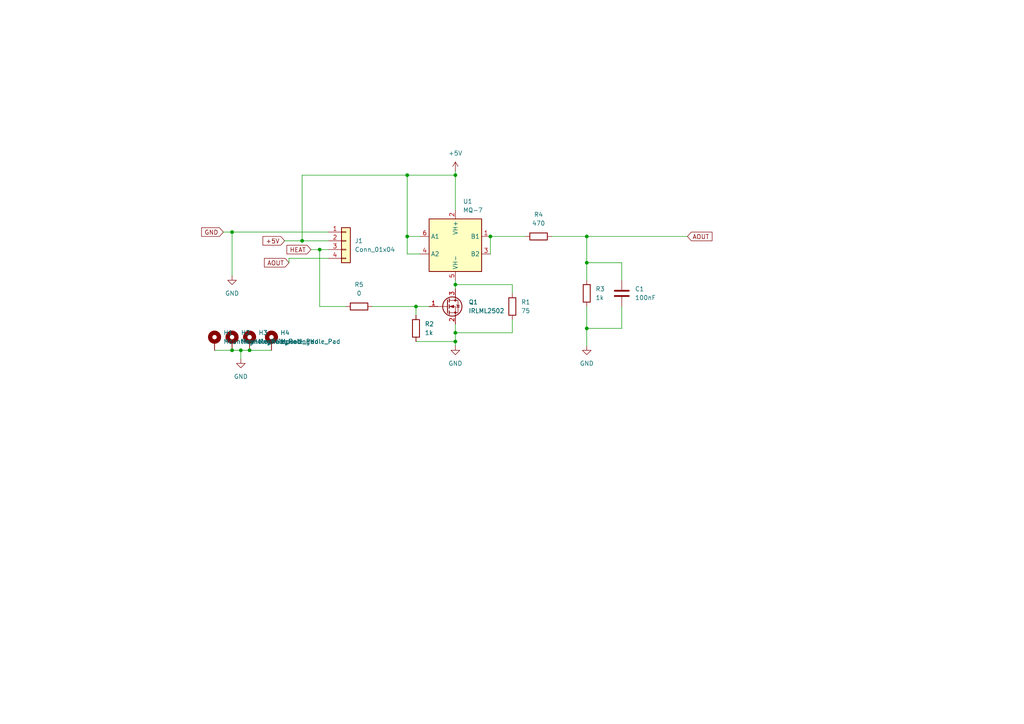
<source format=kicad_sch>
(kicad_sch (version 20231120) (generator "eeschema") (generator_version "8.0")
  (paper "A4")
  (lib_symbols
    (symbol "Connector_Generic:Conn_01x04" (pin_names (offset 1.016) hide)
      (property "Reference" "J" (at 0 5.08 0))
      (property "Value" "Conn_01x04" (at 0 -7.62 0))
      (symbol "Conn_01x04_1_1"
        (rectangle (start -1.27 -4.953) (end 0 -5.207) (stroke (width 0.1524)))
        (rectangle (start -1.27 -2.413) (end 0 -2.667) (stroke (width 0.1524)))
        (rectangle (start -1.27 0.127) (end 0 -0.127) (stroke (width 0.1524)))
        (rectangle (start -1.27 2.667) (end 0 2.413) (stroke (width 0.1524)))
        (rectangle (start -1.27 3.81) (end 1.27 -6.35) (stroke (width 0.254)) (fill (type background)))
        (pin passive line (at -5.08 2.54 0) (length 3.81) (name "Pin_1") (number "1"))
        (pin passive line (at -5.08 0 0) (length 3.81) (name "Pin_2") (number "2"))
        (pin passive line (at -5.08 -2.54 0) (length 3.81) (name "Pin_3") (number "3"))
        (pin passive line (at -5.08 -5.08 0) (length 3.81) (name "Pin_4") (number "4"))
      )
    )
    (symbol "Device:C" (pin_numbers hide) (pin_names (offset 0.254))
      (property "Reference" "C" (at 0.635 2.54 0))
      (property "Value" "C" (at 0.635 -2.54 0))
      (symbol "C_0_1"
        (polyline (pts (xy -2.032 -0.762) (xy 2.032 -0.762)) (stroke (width 0.508)))
        (polyline (pts (xy -2.032 0.762) (xy 2.032 0.762)) (stroke (width 0.508)))
      )
      (symbol "C_1_1"
        (pin passive line (at 0 3.81 270) (length 2.794) (name "~") (number "1"))
        (pin passive line (at 0 -3.81 90) (length 2.794) (name "~") (number "2"))
      )
    )
    (symbol "Device:Q_NMOS_GSD" (pin_names (offset 0) hide)
      (property "Reference" "Q" (at 5.08 1.27 0))
      (property "Value" "Q_NMOS_GSD" (at 5.08 -1.27 0))
      (symbol "Q_NMOS_GSD_0_1"
        (polyline (pts (xy 0.254 0) (xy -2.54 0)))
        (polyline (pts (xy 0.254 1.905) (xy 0.254 -1.905)) (stroke (width 0.254)))
        (polyline (pts (xy 0.762 -1.27) (xy 0.762 -2.286)) (stroke (width 0.254)))
        (polyline (pts (xy 0.762 0.508) (xy 0.762 -0.508)) (stroke (width 0.254)))
        (polyline (pts (xy 0.762 2.286) (xy 0.762 1.27)) (stroke (width 0.254)))
        (polyline (pts (xy 2.54 2.54) (xy 2.54 1.778)))
        (polyline (pts (xy 2.54 -2.54) (xy 2.54 0) (xy 0.762 0)))
        (polyline (pts (xy 0.762 -1.778) (xy 3.302 -1.778) (xy 3.302 1.778) (xy 0.762 1.778)))
        (polyline (pts (xy 1.016 0) (xy 2.032 0.381) (xy 2.032 -0.381) (xy 1.016 0)) (fill (type outline)))
        (polyline (pts (xy 2.794 0.508) (xy 2.921 0.381) (xy 3.683 0.381) (xy 3.81 0.254)))
        (polyline (pts (xy 3.302 0.381) (xy 2.921 -0.254) (xy 3.683 -0.254) (xy 3.302 0.381)))
        (circle (center 1.651 0) (radius 2.794) (stroke (width 0.254)))
        (circle (center 2.54 -1.778) (radius 0.254) (fill (type outline)))
        (circle (center 2.54 1.778) (radius 0.254) (fill (type outline)))
      )
      (symbol "Q_NMOS_GSD_1_1"
        (pin input line (at -5.08 0 0) (length 2.54) (name "G") (number "1"))
        (pin passive line (at 2.54 -5.08 90) (length 2.54) (name "S") (number "2"))
        (pin passive line (at 2.54 5.08 270) (length 2.54) (name "D") (number "3"))
      )
    )
    (symbol "Device:R" (pin_numbers hide) (pin_names (offset 0))
      (property "Reference" "R" (at 2.032 0 90))
      (property "Value" "R" (at 0 0 90))
      (symbol "R_0_1"
        (rectangle (start -1.016 -2.54) (end 1.016 2.54) (stroke (width 0.254)))
      )
      (symbol "R_1_1"
        (pin passive line (at 0 3.81 270) (length 1.27) (name "~") (number "1"))
        (pin passive line (at 0 -3.81 90) (length 1.27) (name "~") (number "2"))
      )
    )
    (symbol "Mechanical:MountingHole_Pad" (pin_numbers hide) (pin_names (offset 1.016) hide) (exclude_from_sim yes) (in_bom no)
      (property "Reference" "H" (at 0 6.35 0))
      (property "Value" "MountingHole_Pad" (at 0 4.445 0))
      (symbol "MountingHole_Pad_0_1"
        (circle (center 0 1.27) (radius 1.27) (stroke (width 1.27)))
      )
      (symbol "MountingHole_Pad_1_1"
        (pin input line (at 0 -2.54 90) (length 2.54) (name "1") (number "1"))
      )
    )
    (symbol "Sensor_Gas:MQ-6"
      (property "Reference" "U" (at -6.35 8.89 0))
      (property "Value" "MQ-6" (at 3.81 8.89 0))
      (symbol "MQ-6_0_1"
        (rectangle (start -7.62 7.62) (end 7.62 -7.62) (stroke (width 0.254)) (fill (type background)))
      )
      (symbol "MQ-6_1_1"
        (pin passive line (at 10.16 2.54 180) (length 2.54) (name "B1") (number "1"))
        (pin power_in line (at 0 10.16 270) (length 2.54) (name "VH+") (number "2"))
        (pin passive line (at 10.16 -2.54 180) (length 2.54) (name "B2") (number "3"))
        (pin passive line (at -10.16 -2.54 0) (length 2.54) (name "A2") (number "4"))
        (pin power_in line (at 0 -10.16 90) (length 2.54) (name "VH-") (number "5"))
        (pin passive line (at -10.16 2.54 0) (length 2.54) (name "A1") (number "6"))
      )
    )
    (symbol "power:+5V" (power) (pin_numbers hide) (pin_names (offset 0) hide)
      (property "Value" "+5V" (at 0 3.556 0))
      (symbol "+5V_0_1"
        (polyline (pts (xy -0.762 1.27) (xy 0 2.54)))
        (polyline (pts (xy 0 0) (xy 0 2.54)))
        (polyline (pts (xy 0 2.54) (xy 0.762 1.27)))
      )
      (symbol "+5V_1_1"
        (pin power_in line (at 0 0 90) (length 0) (name "~") (number "1"))
      )
    )
    (symbol "power:GND" (power) (pin_numbers hide) (pin_names (offset 0) hide)
      (property "Value" "GND" (at 0 -3.81 0))
      (symbol "GND_0_1"
        (polyline (pts (xy 0 0) (xy 0 -1.27) (xy 1.27 -1.27) (xy 0 -2.54) (xy -1.27 -1.27) (xy 0 -1.27)))
      )
      (symbol "GND_1_1"
        (pin power_in line (at 0 0 270) (length 0) (name "~") (number "1"))
      )
    )
  )
  (junction (at 120.65 88.9))
  (junction (at 67.31 101.6))
  (junction (at 170.18 68.58))
  (junction (at 170.18 76.2))
  (junction (at 118.11 68.58))
  (junction (at 132.08 96.52))
  (junction (at 132.08 82.55))
  (junction (at 69.85 101.6))
  (junction (at 132.08 50.8))
  (junction (at 118.11 50.8))
  (junction (at 87.63 69.85))
  (junction (at 142.24 68.58))
  (junction (at 72.39 101.6))
  (junction (at 67.31 67.31))
  (junction (at 170.18 95.25))
  (junction (at 132.08 99.06))
  (junction (at 92.71 72.39))
  (wire (pts (xy 132.08 50.8) (xy 132.08 60.96)))
  (wire (pts (xy 132.08 82.55) (xy 132.08 83.82)))
  (wire (pts (xy 90.17 72.39) (xy 92.71 72.39)))
  (wire (pts (xy 142.24 68.58) (xy 142.24 73.66)))
  (wire (pts (xy 118.11 73.66) (xy 118.11 68.58)))
  (wire (pts (xy 121.92 73.66) (xy 118.11 73.66)))
  (wire (pts (xy 132.08 99.06) (xy 132.08 100.33)))
  (wire (pts (xy 180.34 76.2) (xy 180.34 81.28)))
  (wire (pts (xy 87.63 50.8) (xy 87.63 69.85)))
  (wire (pts (xy 142.24 68.58) (xy 152.4 68.58)))
  (wire (pts (xy 118.11 68.58) (xy 121.92 68.58)))
  (wire (pts (xy 69.85 101.6) (xy 72.39 101.6)))
  (wire (pts (xy 87.63 69.85) (xy 95.25 69.85)))
  (wire (pts (xy 170.18 68.58) (xy 170.18 76.2)))
  (wire (pts (xy 132.08 96.52) (xy 132.08 99.06)))
  (wire (pts (xy 170.18 76.2) (xy 180.34 76.2)))
  (wire (pts (xy 64.77 67.31) (xy 67.31 67.31)))
  (wire (pts (xy 107.95 88.9) (xy 120.65 88.9)))
  (wire (pts (xy 118.11 50.8) (xy 132.08 50.8)))
  (wire (pts (xy 95.25 74.93) (xy 83.82 74.93)))
  (wire (pts (xy 180.34 95.25) (xy 170.18 95.25)))
  (wire (pts (xy 148.59 82.55) (xy 132.08 82.55)))
  (wire (pts (xy 132.08 81.28) (xy 132.08 82.55)))
  (wire (pts (xy 92.71 72.39) (xy 95.25 72.39)))
  (wire (pts (xy 67.31 101.6) (xy 69.85 101.6)))
  (wire (pts (xy 83.82 74.93) (xy 83.82 76.2)))
  (wire (pts (xy 132.08 93.98) (xy 132.08 96.52)))
  (wire (pts (xy 67.31 67.31) (xy 95.25 67.31)))
  (wire (pts (xy 69.85 101.6) (xy 69.85 104.14)))
  (wire (pts (xy 67.31 67.31) (xy 67.31 80.01)))
  (wire (pts (xy 92.71 72.39) (xy 92.71 88.9)))
  (wire (pts (xy 62.23 101.6) (xy 67.31 101.6)))
  (wire (pts (xy 118.11 50.8) (xy 87.63 50.8)))
  (wire (pts (xy 120.65 88.9) (xy 124.46 88.9)))
  (wire (pts (xy 132.08 49.53) (xy 132.08 50.8)))
  (wire (pts (xy 82.55 69.85) (xy 87.63 69.85)))
  (wire (pts (xy 170.18 88.9) (xy 170.18 95.25)))
  (wire (pts (xy 118.11 68.58) (xy 118.11 50.8)))
  (wire (pts (xy 148.59 92.71) (xy 148.59 96.52)))
  (wire (pts (xy 72.39 101.6) (xy 78.74 101.6)))
  (wire (pts (xy 120.65 99.06) (xy 132.08 99.06)))
  (wire (pts (xy 148.59 96.52) (xy 132.08 96.52)))
  (wire (pts (xy 170.18 95.25) (xy 170.18 100.33)))
  (wire (pts (xy 170.18 76.2) (xy 170.18 81.28)))
  (wire (pts (xy 180.34 88.9) (xy 180.34 95.25)))
  (wire (pts (xy 170.18 68.58) (xy 199.39 68.58)))
  (wire (pts (xy 120.65 88.9) (xy 120.65 91.44)))
  (wire (pts (xy 160.02 68.58) (xy 170.18 68.58)))
  (wire (pts (xy 92.71 88.9) (xy 100.33 88.9)))
  (wire (pts (xy 148.59 85.09) (xy 148.59 82.55)))
  (global_label "GND" (shape input) (at 64.77 67.31 180) (property "Intersheetrefs" "${INTERSHEET_REFS}" (effects (hide yes))))
  (global_label "HEAT" (shape input) (at 90.17 72.39 180) (property "Intersheetrefs" "${INTERSHEET_REFS}" (effects (hide yes))))
  (global_label "AOUT" (shape input) (at 199.39 68.58 0) (property "Intersheetrefs" "${INTERSHEET_REFS}" (effects (hide yes))))
  (global_label "AOUT" (shape input) (at 83.82 76.2 180) (property "Intersheetrefs" "${INTERSHEET_REFS}" (effects (hide yes))))
  (global_label "+5V" (shape input) (at 82.55 69.85 180) (property "Intersheetrefs" "${INTERSHEET_REFS}" (effects (hide yes))))
  (symbol (lib_id "Mechanical:MountingHole_Pad") (at 72.39 99.06 0) (unit 1) (exclude_from_sim yes) (in_bom no)
    (property "Reference" "H3" (at 74.93 96.5199 0) (effects (justify left)))
    (property "Value" "MountingHole_Pad" (at 74.93 99.0599 0) (effects (justify left)))
    (property "Footprint" "MountingHole:MountingHole_2.5mm_Pad" (effects (hide yes)))
    (property "Description" "Mounting Hole with connection" (effects (hide yes)))
  )
  (symbol (lib_id "power:+5V") (at 132.08 49.53 0) (unit 1)
    (property "Reference" "#PWR02" (effects (hide yes)))
    (property "Value" "+5V" (at 132.08 44.45 0))
    (property "Description" "Power symbol creates a global label with name \"+5V\"" (effects (hide yes)))
  )
  (symbol (lib_id "Mechanical:MountingHole_Pad") (at 62.23 99.06 0) (unit 1) (exclude_from_sim yes) (in_bom no)
    (property "Reference" "H1" (at 64.77 96.5199 0) (effects (justify left)))
    (property "Value" "MountingHole_Pad" (at 64.77 99.0599 0) (effects (justify left)))
    (property "Footprint" "MountingHole:MountingHole_2.5mm_Pad" (effects (hide yes)))
    (property "Description" "Mounting Hole with connection" (effects (hide yes)))
  )
  (symbol (lib_id "Connector_Generic:Conn_01x04") (at 100.33 69.85 0) (unit 1)
    (property "Reference" "J1" (at 102.87 69.8499 0) (effects (justify left)))
    (property "Value" "Conn_01x04" (at 102.87 72.3899 0) (effects (justify left)))
    (property "Footprint" "Connector_PinHeader_2.54mm:PinHeader_1x04_P2.54mm_Vertical" (effects (hide yes)))
    (property "Description" "Generic connector, single row, 01x04, script generated (kicad-library-utils/schlib/autogen/connector/)" (effects (hide yes)))
  )
  (symbol (lib_id "Device:R") (at 170.18 85.09 0) (unit 1)
    (property "Reference" "R3" (at 172.72 83.8199 0) (effects (justify left)))
    (property "Value" "1k" (at 172.72 86.3599 0) (effects (justify left)))
    (property "Footprint" "Resistor_SMD:R_1206_3216Metric_Pad1.30x1.75mm_HandSolder" (effects (hide yes)))
    (property "Description" "Resistor" (effects (hide yes)))
  )
  (symbol (lib_id "power:GND") (at 170.18 100.33 0) (unit 1)
    (property "Reference" "#PWR04" (effects (hide yes)))
    (property "Value" "GND" (at 170.18 105.41 0))
    (property "Description" "Power symbol creates a global label with name \"GND\" , ground" (effects (hide yes)))
  )
  (symbol (lib_id "Device:R") (at 104.14 88.9 90) (unit 1)
    (property "Reference" "R5" (at 104.14 82.55 90))
    (property "Value" "0" (at 104.14 85.09 90))
    (property "Footprint" "Resistor_SMD:R_1206_3216Metric_Pad1.30x1.75mm_HandSolder" (effects (hide yes)))
    (property "Description" "Resistor" (effects (hide yes)))
  )
  (symbol (lib_id "Device:R") (at 120.65 95.25 0) (unit 1)
    (property "Reference" "R2" (at 123.19 93.9799 0) (effects (justify left)))
    (property "Value" "1k" (at 123.19 96.5199 0) (effects (justify left)))
    (property "Footprint" "Resistor_SMD:R_1206_3216Metric_Pad1.30x1.75mm_HandSolder" (effects (hide yes)))
    (property "Description" "Resistor" (effects (hide yes)))
  )
  (symbol (lib_id "power:GND") (at 67.31 80.01 0) (unit 1)
    (property "Reference" "#PWR03" (effects (hide yes)))
    (property "Value" "GND" (at 67.31 85.09 0))
    (property "Description" "Power symbol creates a global label with name \"GND\" , ground" (effects (hide yes)))
  )
  (symbol (lib_id "Device:C") (at 180.34 85.09 0) (unit 1)
    (property "Reference" "C1" (at 184.15 83.8199 0) (effects (justify left)))
    (property "Value" "100nF" (at 184.15 86.3599 0) (effects (justify left)))
    (property "Footprint" "Capacitor_SMD:C_1206_3216Metric_Pad1.33x1.80mm_HandSolder" (effects (hide yes)))
    (property "Description" "Unpolarized capacitor" (effects (hide yes)))
  )
  (symbol (lib_id "Sensor_Gas:MQ-6") (at 132.08 71.12 0) (unit 1)
    (property "Reference" "U1" (at 134.2741 58.42 0) (effects (justify left)))
    (property "Value" "MQ-7" (at 134.2741 60.96 0) (effects (justify left)))
    (property "Footprint" "Sensor:MQ-6" (effects (hide yes)))
    (property "Datasheet" "https://www.winsen-sensor.com/d/files/semiconductor/mq-6.pdf" (effects (hide yes)))
    (property "Description" "Semiconductor Sensor for Flammable Gas" (effects (hide yes)))
  )
  (symbol (lib_id "power:GND") (at 132.08 100.33 0) (unit 1)
    (property "Reference" "#PWR01" (effects (hide yes)))
    (property "Value" "GND" (at 132.08 105.41 0))
    (property "Description" "Power symbol creates a global label with name \"GND\" , ground" (effects (hide yes)))
  )
  (symbol (lib_id "Device:R") (at 148.59 88.9 0) (unit 1)
    (property "Reference" "R1" (at 151.13 87.6299 0) (effects (justify left)))
    (property "Value" "75" (at 151.13 90.1699 0) (effects (justify left)))
    (property "Footprint" "Resistor_SMD:R_1206_3216Metric_Pad1.30x1.75mm_HandSolder" (effects (hide yes)))
    (property "Description" "Resistor" (effects (hide yes)))
  )
  (symbol (lib_id "Device:Q_NMOS_GSD") (at 129.54 88.9 0) (unit 1)
    (property "Reference" "Q1" (at 135.89 87.6299 0) (effects (justify left)))
    (property "Value" "IRLML2502" (at 135.89 90.1699 0) (effects (justify left)))
    (property "Footprint" "Package_TO_SOT_SMD:SOT-23_Handsoldering" (effects (hide yes)))
    (property "Description" "N-MOSFET transistor, gate/source/drain" (effects (hide yes)))
  )
  (symbol (lib_id "Mechanical:MountingHole_Pad") (at 67.31 99.06 0) (unit 1) (exclude_from_sim yes) (in_bom no)
    (property "Reference" "H2" (at 69.85 96.5199 0) (effects (justify left)))
    (property "Value" "MountingHole_Pad" (at 69.85 99.0599 0) (effects (justify left)))
    (property "Footprint" "MountingHole:MountingHole_2.5mm_Pad" (effects (hide yes)))
    (property "Description" "Mounting Hole with connection" (effects (hide yes)))
  )
  (symbol (lib_id "power:GND") (at 69.85 104.14 0) (unit 1)
    (property "Reference" "#PWR05" (effects (hide yes)))
    (property "Value" "GND" (at 69.85 109.22 0))
    (property "Description" "Power symbol creates a global label with name \"GND\" , ground" (effects (hide yes)))
  )
  (symbol (lib_id "Device:R") (at 156.21 68.58 90) (unit 1)
    (property "Reference" "R4" (at 156.21 62.23 90))
    (property "Value" "470" (at 156.21 64.77 90))
    (property "Footprint" "Resistor_SMD:R_1206_3216Metric_Pad1.30x1.75mm_HandSolder" (effects (hide yes)))
    (property "Description" "Resistor" (effects (hide yes)))
  )
  (symbol (lib_id "Mechanical:MountingHole_Pad") (at 78.74 99.06 0) (unit 1) (exclude_from_sim yes) (in_bom no)
    (property "Reference" "H4" (at 81.28 96.5199 0) (effects (justify left)))
    (property "Value" "MountingHole_Pad" (at 81.28 99.0599 0) (effects (justify left)))
    (property "Footprint" "MountingHole:MountingHole_2.5mm_Pad" (effects (hide yes)))
    (property "Description" "Mounting Hole with connection" (effects (hide yes)))
  )
)
</source>
